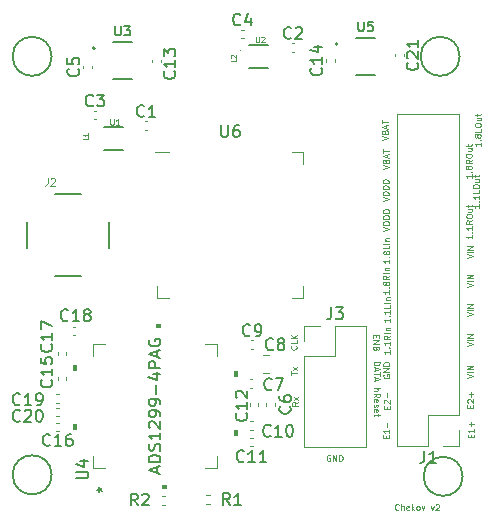
<source format=gto>
G04 #@! TF.GenerationSoftware,KiCad,Pcbnew,(5.1.10)-1*
G04 #@! TF.CreationDate,2022-03-04T01:02:40-08:00*
G04 #@! TF.ProjectId,Chekov,4368656b-6f76-42e6-9b69-6361645f7063,rev?*
G04 #@! TF.SameCoordinates,Original*
G04 #@! TF.FileFunction,Legend,Top*
G04 #@! TF.FilePolarity,Positive*
%FSLAX46Y46*%
G04 Gerber Fmt 4.6, Leading zero omitted, Abs format (unit mm)*
G04 Created by KiCad (PCBNEW (5.1.10)-1) date 2022-03-04 01:02:40*
%MOMM*%
%LPD*%
G01*
G04 APERTURE LIST*
%ADD10C,0.101600*%
%ADD11C,0.150000*%
%ADD12C,0.120000*%
%ADD13C,0.200000*%
%ADD14C,0.127000*%
%ADD15C,0.100000*%
%ADD16C,0.015000*%
%ADD17C,0.098425*%
G04 APERTURE END LIST*
D10*
X110796009Y-92713628D02*
X110771819Y-92737819D01*
X110699247Y-92762009D01*
X110650866Y-92762009D01*
X110578295Y-92737819D01*
X110529914Y-92689438D01*
X110505723Y-92641057D01*
X110481533Y-92544295D01*
X110481533Y-92471723D01*
X110505723Y-92374961D01*
X110529914Y-92326580D01*
X110578295Y-92278200D01*
X110650866Y-92254009D01*
X110699247Y-92254009D01*
X110771819Y-92278200D01*
X110796009Y-92302390D01*
X111013723Y-92762009D02*
X111013723Y-92254009D01*
X111231438Y-92762009D02*
X111231438Y-92495914D01*
X111207247Y-92447533D01*
X111158866Y-92423342D01*
X111086295Y-92423342D01*
X111037914Y-92447533D01*
X111013723Y-92471723D01*
X111666866Y-92737819D02*
X111618485Y-92762009D01*
X111521723Y-92762009D01*
X111473342Y-92737819D01*
X111449152Y-92689438D01*
X111449152Y-92495914D01*
X111473342Y-92447533D01*
X111521723Y-92423342D01*
X111618485Y-92423342D01*
X111666866Y-92447533D01*
X111691057Y-92495914D01*
X111691057Y-92544295D01*
X111449152Y-92592676D01*
X111908771Y-92762009D02*
X111908771Y-92254009D01*
X111957152Y-92568485D02*
X112102295Y-92762009D01*
X112102295Y-92423342D02*
X111908771Y-92616866D01*
X112392580Y-92762009D02*
X112344200Y-92737819D01*
X112320009Y-92713628D01*
X112295819Y-92665247D01*
X112295819Y-92520104D01*
X112320009Y-92471723D01*
X112344200Y-92447533D01*
X112392580Y-92423342D01*
X112465152Y-92423342D01*
X112513533Y-92447533D01*
X112537723Y-92471723D01*
X112561914Y-92520104D01*
X112561914Y-92665247D01*
X112537723Y-92713628D01*
X112513533Y-92737819D01*
X112465152Y-92762009D01*
X112392580Y-92762009D01*
X112731247Y-92423342D02*
X112852200Y-92762009D01*
X112973152Y-92423342D01*
X113505342Y-92423342D02*
X113626295Y-92762009D01*
X113747247Y-92423342D01*
X113916580Y-92302390D02*
X113940771Y-92278200D01*
X113989152Y-92254009D01*
X114110104Y-92254009D01*
X114158485Y-92278200D01*
X114182676Y-92302390D01*
X114206866Y-92350771D01*
X114206866Y-92399152D01*
X114182676Y-92471723D01*
X113892390Y-92762009D01*
X114206866Y-92762009D01*
X108659990Y-82467752D02*
X109167990Y-82467752D01*
X108659990Y-82685466D02*
X108926085Y-82685466D01*
X108974466Y-82661276D01*
X108998657Y-82612895D01*
X108998657Y-82540323D01*
X108974466Y-82491942D01*
X108950276Y-82467752D01*
X108659990Y-83217657D02*
X108901895Y-83048323D01*
X108659990Y-82927371D02*
X109167990Y-82927371D01*
X109167990Y-83120895D01*
X109143800Y-83169276D01*
X109119609Y-83193466D01*
X109071228Y-83217657D01*
X108998657Y-83217657D01*
X108950276Y-83193466D01*
X108926085Y-83169276D01*
X108901895Y-83120895D01*
X108901895Y-82927371D01*
X108684180Y-83628895D02*
X108659990Y-83580514D01*
X108659990Y-83483752D01*
X108684180Y-83435371D01*
X108732561Y-83411180D01*
X108926085Y-83411180D01*
X108974466Y-83435371D01*
X108998657Y-83483752D01*
X108998657Y-83580514D01*
X108974466Y-83628895D01*
X108926085Y-83653085D01*
X108877704Y-83653085D01*
X108829323Y-83411180D01*
X108684180Y-83846609D02*
X108659990Y-83894990D01*
X108659990Y-83991752D01*
X108684180Y-84040133D01*
X108732561Y-84064323D01*
X108756752Y-84064323D01*
X108805133Y-84040133D01*
X108829323Y-83991752D01*
X108829323Y-83919180D01*
X108853514Y-83870800D01*
X108901895Y-83846609D01*
X108926085Y-83846609D01*
X108974466Y-83870800D01*
X108998657Y-83919180D01*
X108998657Y-83991752D01*
X108974466Y-84040133D01*
X108684180Y-84475561D02*
X108659990Y-84427180D01*
X108659990Y-84330419D01*
X108684180Y-84282038D01*
X108732561Y-84257847D01*
X108926085Y-84257847D01*
X108974466Y-84282038D01*
X108998657Y-84330419D01*
X108998657Y-84427180D01*
X108974466Y-84475561D01*
X108926085Y-84499752D01*
X108877704Y-84499752D01*
X108829323Y-84257847D01*
X108998657Y-84644895D02*
X108998657Y-84838419D01*
X109167990Y-84717466D02*
X108732561Y-84717466D01*
X108684180Y-84741657D01*
X108659990Y-84790038D01*
X108659990Y-84838419D01*
X108659990Y-80238600D02*
X109167990Y-80238600D01*
X109167990Y-80359552D01*
X109143800Y-80432123D01*
X109095419Y-80480504D01*
X109047038Y-80504695D01*
X108950276Y-80528885D01*
X108877704Y-80528885D01*
X108780942Y-80504695D01*
X108732561Y-80480504D01*
X108684180Y-80432123D01*
X108659990Y-80359552D01*
X108659990Y-80238600D01*
X108805133Y-80722409D02*
X108805133Y-80964314D01*
X108659990Y-80674028D02*
X109167990Y-80843361D01*
X108659990Y-81012695D01*
X109167990Y-81109457D02*
X109167990Y-81399742D01*
X108659990Y-81254600D02*
X109167990Y-81254600D01*
X108805133Y-81544885D02*
X108805133Y-81786790D01*
X108659990Y-81496504D02*
X109167990Y-81665838D01*
X108659990Y-81835171D01*
X108900685Y-77933247D02*
X108900685Y-78102580D01*
X108634590Y-78175152D02*
X108634590Y-77933247D01*
X109142590Y-77933247D01*
X109142590Y-78175152D01*
X108634590Y-78392866D02*
X109142590Y-78392866D01*
X108634590Y-78683152D01*
X109142590Y-78683152D01*
X108900685Y-79094390D02*
X108876495Y-79166961D01*
X108852304Y-79191152D01*
X108803923Y-79215342D01*
X108731352Y-79215342D01*
X108682971Y-79191152D01*
X108658780Y-79166961D01*
X108634590Y-79118580D01*
X108634590Y-78925057D01*
X109142590Y-78925057D01*
X109142590Y-79094390D01*
X109118400Y-79142771D01*
X109094209Y-79166961D01*
X109045828Y-79191152D01*
X108997447Y-79191152D01*
X108949066Y-79166961D01*
X108924876Y-79142771D01*
X108900685Y-79094390D01*
X108900685Y-78925057D01*
X102111628Y-78864580D02*
X102135819Y-78888771D01*
X102160009Y-78961342D01*
X102160009Y-79009723D01*
X102135819Y-79082295D01*
X102087438Y-79130676D01*
X102039057Y-79154866D01*
X101942295Y-79179057D01*
X101869723Y-79179057D01*
X101772961Y-79154866D01*
X101724580Y-79130676D01*
X101676200Y-79082295D01*
X101652009Y-79009723D01*
X101652009Y-78961342D01*
X101676200Y-78888771D01*
X101700390Y-78864580D01*
X102160009Y-78404961D02*
X102160009Y-78646866D01*
X101652009Y-78646866D01*
X102160009Y-78235628D02*
X101652009Y-78235628D01*
X102160009Y-77945342D02*
X101869723Y-78163057D01*
X101652009Y-77945342D02*
X101942295Y-78235628D01*
X101702809Y-81325961D02*
X101702809Y-81035676D01*
X102210809Y-81180819D02*
X101702809Y-81180819D01*
X102210809Y-80914723D02*
X101872142Y-80648628D01*
X101872142Y-80914723D02*
X102210809Y-80648628D01*
X102261609Y-83639780D02*
X102019704Y-83809114D01*
X102261609Y-83930066D02*
X101753609Y-83930066D01*
X101753609Y-83736542D01*
X101777800Y-83688161D01*
X101801990Y-83663971D01*
X101850371Y-83639780D01*
X101922942Y-83639780D01*
X101971323Y-83663971D01*
X101995514Y-83688161D01*
X102019704Y-83736542D01*
X102019704Y-83930066D01*
X102261609Y-83470447D02*
X101922942Y-83204352D01*
X101922942Y-83470447D02*
X102261609Y-83204352D01*
X104972152Y-88138000D02*
X104923771Y-88113809D01*
X104851200Y-88113809D01*
X104778628Y-88138000D01*
X104730247Y-88186380D01*
X104706057Y-88234761D01*
X104681866Y-88331523D01*
X104681866Y-88404095D01*
X104706057Y-88500857D01*
X104730247Y-88549238D01*
X104778628Y-88597619D01*
X104851200Y-88621809D01*
X104899580Y-88621809D01*
X104972152Y-88597619D01*
X104996342Y-88573428D01*
X104996342Y-88404095D01*
X104899580Y-88404095D01*
X105214057Y-88621809D02*
X105214057Y-88113809D01*
X105504342Y-88621809D01*
X105504342Y-88113809D01*
X105746247Y-88621809D02*
X105746247Y-88113809D01*
X105867200Y-88113809D01*
X105939771Y-88138000D01*
X105988152Y-88186380D01*
X106012342Y-88234761D01*
X106036533Y-88331523D01*
X106036533Y-88404095D01*
X106012342Y-88500857D01*
X105988152Y-88549238D01*
X105939771Y-88597619D01*
X105867200Y-88621809D01*
X105746247Y-88621809D01*
X109424409Y-66590333D02*
X109932409Y-66421000D01*
X109424409Y-66251666D01*
X109932409Y-66082333D02*
X109424409Y-66082333D01*
X109424409Y-65961380D01*
X109448600Y-65888809D01*
X109496980Y-65840428D01*
X109545361Y-65816238D01*
X109642123Y-65792047D01*
X109714695Y-65792047D01*
X109811457Y-65816238D01*
X109859838Y-65840428D01*
X109908219Y-65888809D01*
X109932409Y-65961380D01*
X109932409Y-66082333D01*
X109932409Y-65574333D02*
X109424409Y-65574333D01*
X109424409Y-65453380D01*
X109448600Y-65380809D01*
X109496980Y-65332428D01*
X109545361Y-65308238D01*
X109642123Y-65284047D01*
X109714695Y-65284047D01*
X109811457Y-65308238D01*
X109859838Y-65332428D01*
X109908219Y-65380809D01*
X109932409Y-65453380D01*
X109932409Y-65574333D01*
X109932409Y-65066333D02*
X109424409Y-65066333D01*
X109424409Y-64945380D01*
X109448600Y-64872809D01*
X109496980Y-64824428D01*
X109545361Y-64800238D01*
X109642123Y-64776047D01*
X109714695Y-64776047D01*
X109811457Y-64800238D01*
X109859838Y-64824428D01*
X109908219Y-64872809D01*
X109932409Y-64945380D01*
X109932409Y-65066333D01*
X109449809Y-63902771D02*
X109957809Y-63733438D01*
X109449809Y-63564104D01*
X109691714Y-63225438D02*
X109715904Y-63152866D01*
X109740095Y-63128676D01*
X109788476Y-63104485D01*
X109861047Y-63104485D01*
X109909428Y-63128676D01*
X109933619Y-63152866D01*
X109957809Y-63201247D01*
X109957809Y-63394771D01*
X109449809Y-63394771D01*
X109449809Y-63225438D01*
X109474000Y-63177057D01*
X109498190Y-63152866D01*
X109546571Y-63128676D01*
X109594952Y-63128676D01*
X109643333Y-63152866D01*
X109667523Y-63177057D01*
X109691714Y-63225438D01*
X109691714Y-63394771D01*
X109812666Y-62910961D02*
X109812666Y-62669057D01*
X109957809Y-62959342D02*
X109449809Y-62790009D01*
X109957809Y-62620676D01*
X109449809Y-62523914D02*
X109449809Y-62233628D01*
X109957809Y-62378771D02*
X109449809Y-62378771D01*
X109373609Y-61413571D02*
X109881609Y-61244238D01*
X109373609Y-61074904D01*
X109615514Y-60736238D02*
X109639704Y-60663666D01*
X109663895Y-60639476D01*
X109712276Y-60615285D01*
X109784847Y-60615285D01*
X109833228Y-60639476D01*
X109857419Y-60663666D01*
X109881609Y-60712047D01*
X109881609Y-60905571D01*
X109373609Y-60905571D01*
X109373609Y-60736238D01*
X109397800Y-60687857D01*
X109421990Y-60663666D01*
X109470371Y-60639476D01*
X109518752Y-60639476D01*
X109567133Y-60663666D01*
X109591323Y-60687857D01*
X109615514Y-60736238D01*
X109615514Y-60905571D01*
X109736466Y-60421761D02*
X109736466Y-60179857D01*
X109881609Y-60470142D02*
X109373609Y-60300809D01*
X109881609Y-60131476D01*
X109373609Y-60034714D02*
X109373609Y-59744428D01*
X109881609Y-59889571D02*
X109373609Y-59889571D01*
X117730209Y-61668780D02*
X117730209Y-61959066D01*
X117730209Y-61813923D02*
X117222209Y-61813923D01*
X117294780Y-61862304D01*
X117343161Y-61910685D01*
X117367352Y-61959066D01*
X117681828Y-61451066D02*
X117706019Y-61426876D01*
X117730209Y-61451066D01*
X117706019Y-61475257D01*
X117681828Y-61451066D01*
X117730209Y-61451066D01*
X117439923Y-61136590D02*
X117415733Y-61184971D01*
X117391542Y-61209161D01*
X117343161Y-61233352D01*
X117318971Y-61233352D01*
X117270590Y-61209161D01*
X117246400Y-61184971D01*
X117222209Y-61136590D01*
X117222209Y-61039828D01*
X117246400Y-60991447D01*
X117270590Y-60967257D01*
X117318971Y-60943066D01*
X117343161Y-60943066D01*
X117391542Y-60967257D01*
X117415733Y-60991447D01*
X117439923Y-61039828D01*
X117439923Y-61136590D01*
X117464114Y-61184971D01*
X117488304Y-61209161D01*
X117536685Y-61233352D01*
X117633447Y-61233352D01*
X117681828Y-61209161D01*
X117706019Y-61184971D01*
X117730209Y-61136590D01*
X117730209Y-61039828D01*
X117706019Y-60991447D01*
X117681828Y-60967257D01*
X117633447Y-60943066D01*
X117536685Y-60943066D01*
X117488304Y-60967257D01*
X117464114Y-60991447D01*
X117439923Y-61039828D01*
X117730209Y-60483447D02*
X117730209Y-60725352D01*
X117222209Y-60725352D01*
X117222209Y-60217352D02*
X117222209Y-60120590D01*
X117246400Y-60072209D01*
X117294780Y-60023828D01*
X117391542Y-59999638D01*
X117560876Y-59999638D01*
X117657638Y-60023828D01*
X117706019Y-60072209D01*
X117730209Y-60120590D01*
X117730209Y-60217352D01*
X117706019Y-60265733D01*
X117657638Y-60314114D01*
X117560876Y-60338304D01*
X117391542Y-60338304D01*
X117294780Y-60314114D01*
X117246400Y-60265733D01*
X117222209Y-60217352D01*
X117391542Y-59564209D02*
X117730209Y-59564209D01*
X117391542Y-59781923D02*
X117657638Y-59781923D01*
X117706019Y-59757733D01*
X117730209Y-59709352D01*
X117730209Y-59636780D01*
X117706019Y-59588400D01*
X117681828Y-59564209D01*
X117391542Y-59394876D02*
X117391542Y-59201352D01*
X117222209Y-59322304D02*
X117657638Y-59322304D01*
X117706019Y-59298114D01*
X117730209Y-59249733D01*
X117730209Y-59201352D01*
X116968209Y-64358761D02*
X116968209Y-64649047D01*
X116968209Y-64503904D02*
X116460209Y-64503904D01*
X116532780Y-64552285D01*
X116581161Y-64600666D01*
X116605352Y-64649047D01*
X116919828Y-64141047D02*
X116944019Y-64116857D01*
X116968209Y-64141047D01*
X116944019Y-64165238D01*
X116919828Y-64141047D01*
X116968209Y-64141047D01*
X116677923Y-63826571D02*
X116653733Y-63874952D01*
X116629542Y-63899142D01*
X116581161Y-63923333D01*
X116556971Y-63923333D01*
X116508590Y-63899142D01*
X116484400Y-63874952D01*
X116460209Y-63826571D01*
X116460209Y-63729809D01*
X116484400Y-63681428D01*
X116508590Y-63657238D01*
X116556971Y-63633047D01*
X116581161Y-63633047D01*
X116629542Y-63657238D01*
X116653733Y-63681428D01*
X116677923Y-63729809D01*
X116677923Y-63826571D01*
X116702114Y-63874952D01*
X116726304Y-63899142D01*
X116774685Y-63923333D01*
X116871447Y-63923333D01*
X116919828Y-63899142D01*
X116944019Y-63874952D01*
X116968209Y-63826571D01*
X116968209Y-63729809D01*
X116944019Y-63681428D01*
X116919828Y-63657238D01*
X116871447Y-63633047D01*
X116774685Y-63633047D01*
X116726304Y-63657238D01*
X116702114Y-63681428D01*
X116677923Y-63729809D01*
X116968209Y-63125047D02*
X116726304Y-63294380D01*
X116968209Y-63415333D02*
X116460209Y-63415333D01*
X116460209Y-63221809D01*
X116484400Y-63173428D01*
X116508590Y-63149238D01*
X116556971Y-63125047D01*
X116629542Y-63125047D01*
X116677923Y-63149238D01*
X116702114Y-63173428D01*
X116726304Y-63221809D01*
X116726304Y-63415333D01*
X116460209Y-62810571D02*
X116460209Y-62713809D01*
X116484400Y-62665428D01*
X116532780Y-62617047D01*
X116629542Y-62592857D01*
X116798876Y-62592857D01*
X116895638Y-62617047D01*
X116944019Y-62665428D01*
X116968209Y-62713809D01*
X116968209Y-62810571D01*
X116944019Y-62858952D01*
X116895638Y-62907333D01*
X116798876Y-62931523D01*
X116629542Y-62931523D01*
X116532780Y-62907333D01*
X116484400Y-62858952D01*
X116460209Y-62810571D01*
X116629542Y-62157428D02*
X116968209Y-62157428D01*
X116629542Y-62375142D02*
X116895638Y-62375142D01*
X116944019Y-62350952D01*
X116968209Y-62302571D01*
X116968209Y-62230000D01*
X116944019Y-62181619D01*
X116919828Y-62157428D01*
X116629542Y-61988095D02*
X116629542Y-61794571D01*
X116460209Y-61915523D02*
X116895638Y-61915523D01*
X116944019Y-61891333D01*
X116968209Y-61842952D01*
X116968209Y-61794571D01*
X117603209Y-66875780D02*
X117603209Y-67166066D01*
X117603209Y-67020923D02*
X117095209Y-67020923D01*
X117167780Y-67069304D01*
X117216161Y-67117685D01*
X117240352Y-67166066D01*
X117554828Y-66658066D02*
X117579019Y-66633876D01*
X117603209Y-66658066D01*
X117579019Y-66682257D01*
X117554828Y-66658066D01*
X117603209Y-66658066D01*
X117603209Y-66150066D02*
X117603209Y-66440352D01*
X117603209Y-66295209D02*
X117095209Y-66295209D01*
X117167780Y-66343590D01*
X117216161Y-66391971D01*
X117240352Y-66440352D01*
X117603209Y-65690447D02*
X117603209Y-65932352D01*
X117095209Y-65932352D01*
X117095209Y-65424352D02*
X117095209Y-65327590D01*
X117119400Y-65279209D01*
X117167780Y-65230828D01*
X117264542Y-65206638D01*
X117433876Y-65206638D01*
X117530638Y-65230828D01*
X117579019Y-65279209D01*
X117603209Y-65327590D01*
X117603209Y-65424352D01*
X117579019Y-65472733D01*
X117530638Y-65521114D01*
X117433876Y-65545304D01*
X117264542Y-65545304D01*
X117167780Y-65521114D01*
X117119400Y-65472733D01*
X117095209Y-65424352D01*
X117264542Y-64771209D02*
X117603209Y-64771209D01*
X117264542Y-64988923D02*
X117530638Y-64988923D01*
X117579019Y-64964733D01*
X117603209Y-64916352D01*
X117603209Y-64843780D01*
X117579019Y-64795400D01*
X117554828Y-64771209D01*
X117264542Y-64601876D02*
X117264542Y-64408352D01*
X117095209Y-64529304D02*
X117530638Y-64529304D01*
X117579019Y-64505114D01*
X117603209Y-64456733D01*
X117603209Y-64408352D01*
X117019009Y-69489561D02*
X117019009Y-69779847D01*
X117019009Y-69634704D02*
X116511009Y-69634704D01*
X116583580Y-69683085D01*
X116631961Y-69731466D01*
X116656152Y-69779847D01*
X116970628Y-69271847D02*
X116994819Y-69247657D01*
X117019009Y-69271847D01*
X116994819Y-69296038D01*
X116970628Y-69271847D01*
X117019009Y-69271847D01*
X117019009Y-68763847D02*
X117019009Y-69054133D01*
X117019009Y-68908990D02*
X116511009Y-68908990D01*
X116583580Y-68957371D01*
X116631961Y-69005752D01*
X116656152Y-69054133D01*
X117019009Y-68255847D02*
X116777104Y-68425180D01*
X117019009Y-68546133D02*
X116511009Y-68546133D01*
X116511009Y-68352609D01*
X116535200Y-68304228D01*
X116559390Y-68280038D01*
X116607771Y-68255847D01*
X116680342Y-68255847D01*
X116728723Y-68280038D01*
X116752914Y-68304228D01*
X116777104Y-68352609D01*
X116777104Y-68546133D01*
X116511009Y-67941371D02*
X116511009Y-67844609D01*
X116535200Y-67796228D01*
X116583580Y-67747847D01*
X116680342Y-67723657D01*
X116849676Y-67723657D01*
X116946438Y-67747847D01*
X116994819Y-67796228D01*
X117019009Y-67844609D01*
X117019009Y-67941371D01*
X116994819Y-67989752D01*
X116946438Y-68038133D01*
X116849676Y-68062323D01*
X116680342Y-68062323D01*
X116583580Y-68038133D01*
X116535200Y-67989752D01*
X116511009Y-67941371D01*
X116680342Y-67288228D02*
X117019009Y-67288228D01*
X116680342Y-67505942D02*
X116946438Y-67505942D01*
X116994819Y-67481752D01*
X117019009Y-67433371D01*
X117019009Y-67360800D01*
X116994819Y-67312419D01*
X116970628Y-67288228D01*
X116680342Y-67118895D02*
X116680342Y-66925371D01*
X116511009Y-67046323D02*
X116946438Y-67046323D01*
X116994819Y-67022133D01*
X117019009Y-66973752D01*
X117019009Y-66925371D01*
X109475209Y-69104933D02*
X109983209Y-68935600D01*
X109475209Y-68766266D01*
X109983209Y-68596933D02*
X109475209Y-68596933D01*
X109475209Y-68475980D01*
X109499400Y-68403409D01*
X109547780Y-68355028D01*
X109596161Y-68330838D01*
X109692923Y-68306647D01*
X109765495Y-68306647D01*
X109862257Y-68330838D01*
X109910638Y-68355028D01*
X109959019Y-68403409D01*
X109983209Y-68475980D01*
X109983209Y-68596933D01*
X109983209Y-68088933D02*
X109475209Y-68088933D01*
X109475209Y-67967980D01*
X109499400Y-67895409D01*
X109547780Y-67847028D01*
X109596161Y-67822838D01*
X109692923Y-67798647D01*
X109765495Y-67798647D01*
X109862257Y-67822838D01*
X109910638Y-67847028D01*
X109959019Y-67895409D01*
X109983209Y-67967980D01*
X109983209Y-68088933D01*
X109983209Y-67580933D02*
X109475209Y-67580933D01*
X109475209Y-67459980D01*
X109499400Y-67387409D01*
X109547780Y-67339028D01*
X109596161Y-67314838D01*
X109692923Y-67290647D01*
X109765495Y-67290647D01*
X109862257Y-67314838D01*
X109910638Y-67339028D01*
X109959019Y-67387409D01*
X109983209Y-67459980D01*
X109983209Y-67580933D01*
X110008609Y-71563895D02*
X110008609Y-71854180D01*
X110008609Y-71709038D02*
X109500609Y-71709038D01*
X109573180Y-71757419D01*
X109621561Y-71805800D01*
X109645752Y-71854180D01*
X109960228Y-71346180D02*
X109984419Y-71321990D01*
X110008609Y-71346180D01*
X109984419Y-71370371D01*
X109960228Y-71346180D01*
X110008609Y-71346180D01*
X109718323Y-71031704D02*
X109694133Y-71080085D01*
X109669942Y-71104276D01*
X109621561Y-71128466D01*
X109597371Y-71128466D01*
X109548990Y-71104276D01*
X109524800Y-71080085D01*
X109500609Y-71031704D01*
X109500609Y-70934942D01*
X109524800Y-70886561D01*
X109548990Y-70862371D01*
X109597371Y-70838180D01*
X109621561Y-70838180D01*
X109669942Y-70862371D01*
X109694133Y-70886561D01*
X109718323Y-70934942D01*
X109718323Y-71031704D01*
X109742514Y-71080085D01*
X109766704Y-71104276D01*
X109815085Y-71128466D01*
X109911847Y-71128466D01*
X109960228Y-71104276D01*
X109984419Y-71080085D01*
X110008609Y-71031704D01*
X110008609Y-70934942D01*
X109984419Y-70886561D01*
X109960228Y-70862371D01*
X109911847Y-70838180D01*
X109815085Y-70838180D01*
X109766704Y-70862371D01*
X109742514Y-70886561D01*
X109718323Y-70934942D01*
X110008609Y-70378561D02*
X110008609Y-70620466D01*
X109500609Y-70620466D01*
X110008609Y-70209228D02*
X109500609Y-70209228D01*
X109669942Y-69967323D02*
X110008609Y-69967323D01*
X109718323Y-69967323D02*
X109694133Y-69943133D01*
X109669942Y-69894752D01*
X109669942Y-69822180D01*
X109694133Y-69773800D01*
X109742514Y-69749609D01*
X110008609Y-69749609D01*
X109983209Y-74152276D02*
X109983209Y-74442561D01*
X109983209Y-74297419D02*
X109475209Y-74297419D01*
X109547780Y-74345800D01*
X109596161Y-74394180D01*
X109620352Y-74442561D01*
X109934828Y-73934561D02*
X109959019Y-73910371D01*
X109983209Y-73934561D01*
X109959019Y-73958752D01*
X109934828Y-73934561D01*
X109983209Y-73934561D01*
X109692923Y-73620085D02*
X109668733Y-73668466D01*
X109644542Y-73692657D01*
X109596161Y-73716847D01*
X109571971Y-73716847D01*
X109523590Y-73692657D01*
X109499400Y-73668466D01*
X109475209Y-73620085D01*
X109475209Y-73523323D01*
X109499400Y-73474942D01*
X109523590Y-73450752D01*
X109571971Y-73426561D01*
X109596161Y-73426561D01*
X109644542Y-73450752D01*
X109668733Y-73474942D01*
X109692923Y-73523323D01*
X109692923Y-73620085D01*
X109717114Y-73668466D01*
X109741304Y-73692657D01*
X109789685Y-73716847D01*
X109886447Y-73716847D01*
X109934828Y-73692657D01*
X109959019Y-73668466D01*
X109983209Y-73620085D01*
X109983209Y-73523323D01*
X109959019Y-73474942D01*
X109934828Y-73450752D01*
X109886447Y-73426561D01*
X109789685Y-73426561D01*
X109741304Y-73450752D01*
X109717114Y-73474942D01*
X109692923Y-73523323D01*
X109983209Y-72918561D02*
X109741304Y-73087895D01*
X109983209Y-73208847D02*
X109475209Y-73208847D01*
X109475209Y-73015323D01*
X109499400Y-72966942D01*
X109523590Y-72942752D01*
X109571971Y-72918561D01*
X109644542Y-72918561D01*
X109692923Y-72942752D01*
X109717114Y-72966942D01*
X109741304Y-73015323D01*
X109741304Y-73208847D01*
X109983209Y-72700847D02*
X109475209Y-72700847D01*
X109644542Y-72458942D02*
X109983209Y-72458942D01*
X109692923Y-72458942D02*
X109668733Y-72434752D01*
X109644542Y-72386371D01*
X109644542Y-72313800D01*
X109668733Y-72265419D01*
X109717114Y-72241228D01*
X109983209Y-72241228D01*
X110034009Y-76567695D02*
X110034009Y-76857980D01*
X110034009Y-76712838D02*
X109526009Y-76712838D01*
X109598580Y-76761219D01*
X109646961Y-76809600D01*
X109671152Y-76857980D01*
X109985628Y-76349980D02*
X110009819Y-76325790D01*
X110034009Y-76349980D01*
X110009819Y-76374171D01*
X109985628Y-76349980D01*
X110034009Y-76349980D01*
X110034009Y-75841980D02*
X110034009Y-76132266D01*
X110034009Y-75987123D02*
X109526009Y-75987123D01*
X109598580Y-76035504D01*
X109646961Y-76083885D01*
X109671152Y-76132266D01*
X110034009Y-75382361D02*
X110034009Y-75624266D01*
X109526009Y-75624266D01*
X110034009Y-75213028D02*
X109526009Y-75213028D01*
X109695342Y-74971123D02*
X110034009Y-74971123D01*
X109743723Y-74971123D02*
X109719533Y-74946933D01*
X109695342Y-74898552D01*
X109695342Y-74825980D01*
X109719533Y-74777600D01*
X109767914Y-74753409D01*
X110034009Y-74753409D01*
X110034009Y-79232276D02*
X110034009Y-79522561D01*
X110034009Y-79377419D02*
X109526009Y-79377419D01*
X109598580Y-79425800D01*
X109646961Y-79474180D01*
X109671152Y-79522561D01*
X109985628Y-79014561D02*
X110009819Y-78990371D01*
X110034009Y-79014561D01*
X110009819Y-79038752D01*
X109985628Y-79014561D01*
X110034009Y-79014561D01*
X110034009Y-78506561D02*
X110034009Y-78796847D01*
X110034009Y-78651704D02*
X109526009Y-78651704D01*
X109598580Y-78700085D01*
X109646961Y-78748466D01*
X109671152Y-78796847D01*
X110034009Y-77998561D02*
X109792104Y-78167895D01*
X110034009Y-78288847D02*
X109526009Y-78288847D01*
X109526009Y-78095323D01*
X109550200Y-78046942D01*
X109574390Y-78022752D01*
X109622771Y-77998561D01*
X109695342Y-77998561D01*
X109743723Y-78022752D01*
X109767914Y-78046942D01*
X109792104Y-78095323D01*
X109792104Y-78288847D01*
X110034009Y-77780847D02*
X109526009Y-77780847D01*
X109695342Y-77538942D02*
X110034009Y-77538942D01*
X109743723Y-77538942D02*
X109719533Y-77514752D01*
X109695342Y-77466371D01*
X109695342Y-77393800D01*
X109719533Y-77345419D01*
X109767914Y-77321228D01*
X110034009Y-77321228D01*
X116561809Y-71473180D02*
X117069809Y-71303847D01*
X116561809Y-71134514D01*
X117069809Y-70965180D02*
X116561809Y-70965180D01*
X117069809Y-70723276D02*
X116561809Y-70723276D01*
X117069809Y-70432990D01*
X116561809Y-70432990D01*
X116587209Y-73886180D02*
X117095209Y-73716847D01*
X116587209Y-73547514D01*
X117095209Y-73378180D02*
X116587209Y-73378180D01*
X117095209Y-73136276D02*
X116587209Y-73136276D01*
X117095209Y-72845990D01*
X116587209Y-72845990D01*
X116612609Y-76375380D02*
X117120609Y-76206047D01*
X116612609Y-76036714D01*
X117120609Y-75867380D02*
X116612609Y-75867380D01*
X117120609Y-75625476D02*
X116612609Y-75625476D01*
X117120609Y-75335190D01*
X116612609Y-75335190D01*
X116612609Y-78915380D02*
X117120609Y-78746047D01*
X116612609Y-78576714D01*
X117120609Y-78407380D02*
X116612609Y-78407380D01*
X117120609Y-78165476D02*
X116612609Y-78165476D01*
X117120609Y-77875190D01*
X116612609Y-77875190D01*
X109524800Y-81311447D02*
X109500609Y-81359828D01*
X109500609Y-81432400D01*
X109524800Y-81504971D01*
X109573180Y-81553352D01*
X109621561Y-81577542D01*
X109718323Y-81601733D01*
X109790895Y-81601733D01*
X109887657Y-81577542D01*
X109936038Y-81553352D01*
X109984419Y-81504971D01*
X110008609Y-81432400D01*
X110008609Y-81384019D01*
X109984419Y-81311447D01*
X109960228Y-81287257D01*
X109790895Y-81287257D01*
X109790895Y-81384019D01*
X110008609Y-81069542D02*
X109500609Y-81069542D01*
X110008609Y-80779257D01*
X109500609Y-80779257D01*
X110008609Y-80537352D02*
X109500609Y-80537352D01*
X109500609Y-80416400D01*
X109524800Y-80343828D01*
X109573180Y-80295447D01*
X109621561Y-80271257D01*
X109718323Y-80247066D01*
X109790895Y-80247066D01*
X109887657Y-80271257D01*
X109936038Y-80295447D01*
X109984419Y-80343828D01*
X110008609Y-80416400D01*
X110008609Y-80537352D01*
X116612609Y-81582380D02*
X117120609Y-81413047D01*
X116612609Y-81243714D01*
X117120609Y-81074380D02*
X116612609Y-81074380D01*
X117120609Y-80832476D02*
X116612609Y-80832476D01*
X117120609Y-80542190D01*
X116612609Y-80542190D01*
X109767914Y-84180438D02*
X109767914Y-84011104D01*
X110034009Y-83938533D02*
X110034009Y-84180438D01*
X109526009Y-84180438D01*
X109526009Y-83938533D01*
X109574390Y-83745009D02*
X109550200Y-83720819D01*
X109526009Y-83672438D01*
X109526009Y-83551485D01*
X109550200Y-83503104D01*
X109574390Y-83478914D01*
X109622771Y-83454723D01*
X109671152Y-83454723D01*
X109743723Y-83478914D01*
X110034009Y-83769200D01*
X110034009Y-83454723D01*
X109840485Y-83237009D02*
X109840485Y-82849961D01*
X109742514Y-86695038D02*
X109742514Y-86525704D01*
X110008609Y-86453133D02*
X110008609Y-86695038D01*
X109500609Y-86695038D01*
X109500609Y-86453133D01*
X110008609Y-85969323D02*
X110008609Y-86259609D01*
X110008609Y-86114466D02*
X109500609Y-86114466D01*
X109573180Y-86162847D01*
X109621561Y-86211228D01*
X109645752Y-86259609D01*
X109815085Y-85751609D02*
X109815085Y-85364561D01*
X116854514Y-84104238D02*
X116854514Y-83934904D01*
X117120609Y-83862333D02*
X117120609Y-84104238D01*
X116612609Y-84104238D01*
X116612609Y-83862333D01*
X116660990Y-83668809D02*
X116636800Y-83644619D01*
X116612609Y-83596238D01*
X116612609Y-83475285D01*
X116636800Y-83426904D01*
X116660990Y-83402714D01*
X116709371Y-83378523D01*
X116757752Y-83378523D01*
X116830323Y-83402714D01*
X117120609Y-83693000D01*
X117120609Y-83378523D01*
X116927085Y-83160809D02*
X116927085Y-82773761D01*
X117120609Y-82967285D02*
X116733561Y-82967285D01*
X116879914Y-86618838D02*
X116879914Y-86449504D01*
X117146009Y-86376933D02*
X117146009Y-86618838D01*
X116638009Y-86618838D01*
X116638009Y-86376933D01*
X117146009Y-85893123D02*
X117146009Y-86183409D01*
X117146009Y-86038266D02*
X116638009Y-86038266D01*
X116710580Y-86086647D01*
X116758961Y-86135028D01*
X116783152Y-86183409D01*
X116952485Y-85675409D02*
X116952485Y-85288361D01*
X117146009Y-85481885D02*
X116758961Y-85481885D01*
D11*
X81407000Y-54356000D02*
G75*
G03*
X81407000Y-54356000I-1651000J0D01*
G01*
X81407000Y-89789000D02*
G75*
G03*
X81407000Y-89789000I-1651000J0D01*
G01*
X116205000Y-89916000D02*
G75*
G03*
X116205000Y-89916000I-1651000J0D01*
G01*
X115951000Y-54356000D02*
G75*
G03*
X115951000Y-54356000I-1651000J0D01*
G01*
D12*
G04 #@! TO.C,R2*
X90719939Y-91555300D02*
X91027221Y-91555300D01*
X90719939Y-92315300D02*
X91027221Y-92315300D01*
G04 #@! TO.C,R1*
X94509619Y-91507040D02*
X94816901Y-91507040D01*
X94509619Y-92267040D02*
X94816901Y-92267040D01*
G04 #@! TO.C,C4*
X97456164Y-52811000D02*
X97671836Y-52811000D01*
X97456164Y-52091000D02*
X97671836Y-52091000D01*
G04 #@! TO.C,C8*
X99803852Y-79678860D02*
X99281348Y-79678860D01*
X99803852Y-81148860D02*
X99281348Y-81148860D01*
G04 #@! TO.C,J3*
X102810000Y-87436000D02*
X108010000Y-87436000D01*
X102810000Y-79756000D02*
X102810000Y-87436000D01*
X108010000Y-77156000D02*
X108010000Y-87436000D01*
X102810000Y-79756000D02*
X105410000Y-79756000D01*
X105410000Y-79756000D02*
X105410000Y-77156000D01*
X105410000Y-77156000D02*
X108010000Y-77156000D01*
X102810000Y-78486000D02*
X102810000Y-77156000D01*
X102810000Y-77156000D02*
X104140000Y-77156000D01*
G04 #@! TO.C,U6*
X101720000Y-62488000D02*
X102670000Y-62488000D01*
X102670000Y-62488000D02*
X102670000Y-63438000D01*
X101720000Y-74788000D02*
X102670000Y-74788000D01*
X102670000Y-74788000D02*
X102670000Y-73838000D01*
X91320000Y-74788000D02*
X90370000Y-74788000D01*
X90370000Y-74788000D02*
X90370000Y-73838000D01*
X91320000Y-62488000D02*
X90120000Y-62488000D01*
D13*
G04 #@! TO.C,U5*
X105640000Y-53306000D02*
G75*
G03*
X105640000Y-53306000I-100000J0D01*
G01*
D14*
X107150000Y-52791000D02*
X108750000Y-52791000D01*
X108750000Y-55921000D02*
X107150000Y-55921000D01*
D12*
G04 #@! TO.C,U4*
X95402400Y-89179400D02*
X95402400Y-88169440D01*
X95402400Y-78714600D02*
X94392440Y-78714600D01*
X84937600Y-78714600D02*
X84937600Y-79724560D01*
X84937600Y-89179400D02*
X85947560Y-89179400D01*
X94392440Y-89179400D02*
X95402400Y-89179400D01*
X95402400Y-79724560D02*
X95402400Y-78714600D01*
X85947560Y-78714600D02*
X84937600Y-78714600D01*
X84937600Y-88169440D02*
X84937600Y-89179400D01*
D15*
G36*
X90729501Y-90906600D02*
G01*
X91110501Y-90906600D01*
X91110501Y-90652600D01*
X90729501Y-90652600D01*
X90729501Y-90906600D01*
G37*
X90729501Y-90906600D02*
X91110501Y-90906600D01*
X91110501Y-90652600D01*
X90729501Y-90652600D01*
X90729501Y-90906600D01*
G36*
X96875600Y-86387501D02*
G01*
X97129600Y-86387501D01*
X97129600Y-86006501D01*
X96875600Y-86006501D01*
X96875600Y-86387501D01*
G37*
X96875600Y-86387501D02*
X97129600Y-86387501D01*
X97129600Y-86006501D01*
X96875600Y-86006501D01*
X96875600Y-86387501D01*
G36*
X96875600Y-81387500D02*
G01*
X97129600Y-81387500D01*
X97129600Y-81006500D01*
X96875600Y-81006500D01*
X96875600Y-81387500D01*
G37*
X96875600Y-81387500D02*
X97129600Y-81387500D01*
X97129600Y-81006500D01*
X96875600Y-81006500D01*
X96875600Y-81387500D01*
G36*
X90229499Y-76987400D02*
G01*
X90610500Y-76987400D01*
X90610500Y-77241400D01*
X90229499Y-77241400D01*
X90229499Y-76987400D01*
G37*
X90229499Y-76987400D02*
X90610500Y-76987400D01*
X90610500Y-77241400D01*
X90229499Y-77241400D01*
X90229499Y-76987400D01*
G36*
X83464400Y-80887499D02*
G01*
X83210400Y-80887499D01*
X83210400Y-80506499D01*
X83464400Y-80506499D01*
X83464400Y-80887499D01*
G37*
X83464400Y-80887499D02*
X83210400Y-80887499D01*
X83210400Y-80506499D01*
X83464400Y-80506499D01*
X83464400Y-80887499D01*
G36*
X83464400Y-85887499D02*
G01*
X83210400Y-85887499D01*
X83210400Y-85506499D01*
X83464400Y-85506499D01*
X83464400Y-85887499D01*
G37*
X83464400Y-85887499D02*
X83210400Y-85887499D01*
X83210400Y-85506499D01*
X83464400Y-85506499D01*
X83464400Y-85887499D01*
D13*
G04 #@! TO.C,U3*
X85066000Y-53687000D02*
G75*
G03*
X85066000Y-53687000I-100000J0D01*
G01*
D14*
X86576000Y-53172000D02*
X88176000Y-53172000D01*
X88176000Y-56302000D02*
X86576000Y-56302000D01*
G04 #@! TO.C,U2*
X98133000Y-53386000D02*
X99733000Y-53386000D01*
X98133000Y-55326000D02*
X99733000Y-55326000D01*
D15*
X97383000Y-53856000D02*
G75*
G03*
X97383000Y-53856000I-50000J0D01*
G01*
D14*
G04 #@! TO.C,U1*
X85814000Y-60371000D02*
X87414000Y-60371000D01*
X85814000Y-62311000D02*
X87414000Y-62311000D01*
D15*
X85064000Y-60841000D02*
G75*
G03*
X85064000Y-60841000I-50000J0D01*
G01*
D14*
G04 #@! TO.C,J2*
X79304000Y-68374000D02*
X79304000Y-70584000D01*
X83909000Y-65979000D02*
X81699000Y-65979000D01*
X86304000Y-68374000D02*
X86304000Y-70584000D01*
X83909000Y-72979000D02*
X81699000Y-72979000D01*
D12*
G04 #@! TO.C,J1*
X115884000Y-59249000D02*
X110684000Y-59249000D01*
X115884000Y-84709000D02*
X115884000Y-59249000D01*
X110684000Y-87309000D02*
X110684000Y-59249000D01*
X115884000Y-84709000D02*
X113284000Y-84709000D01*
X113284000Y-84709000D02*
X113284000Y-87309000D01*
X113284000Y-87309000D02*
X110684000Y-87309000D01*
X115884000Y-85979000D02*
X115884000Y-87309000D01*
X115884000Y-87309000D02*
X114554000Y-87309000D01*
G04 #@! TO.C,C21*
X110511000Y-54364836D02*
X110511000Y-54149164D01*
X111231000Y-54364836D02*
X111231000Y-54149164D01*
G04 #@! TO.C,C20*
X82022836Y-84815000D02*
X81807164Y-84815000D01*
X82022836Y-84095000D02*
X81807164Y-84095000D01*
G04 #@! TO.C,C19*
X82022836Y-83672000D02*
X81807164Y-83672000D01*
X82022836Y-82952000D02*
X81807164Y-82952000D01*
G04 #@! TO.C,C18*
X83419836Y-77957000D02*
X83204164Y-77957000D01*
X83419836Y-77237000D02*
X83204164Y-77237000D01*
G04 #@! TO.C,C17*
X82656000Y-79394164D02*
X82656000Y-79609836D01*
X81936000Y-79394164D02*
X81936000Y-79609836D01*
G04 #@! TO.C,C16*
X82022836Y-86085000D02*
X81807164Y-86085000D01*
X82022836Y-85365000D02*
X81807164Y-85365000D01*
G04 #@! TO.C,C15*
X81936000Y-81740836D02*
X81936000Y-81525164D01*
X82656000Y-81740836D02*
X82656000Y-81525164D01*
G04 #@! TO.C,C14*
X104669000Y-54816836D02*
X104669000Y-54601164D01*
X105389000Y-54816836D02*
X105389000Y-54601164D01*
G04 #@! TO.C,C13*
X89937000Y-54844836D02*
X89937000Y-54629164D01*
X90657000Y-54844836D02*
X90657000Y-54629164D01*
G04 #@! TO.C,C12*
X98192000Y-83927836D02*
X98192000Y-83712164D01*
X98912000Y-83927836D02*
X98912000Y-83712164D01*
G04 #@! TO.C,C11*
X98218164Y-86635000D02*
X98433836Y-86635000D01*
X98218164Y-87355000D02*
X98433836Y-87355000D01*
G04 #@! TO.C,C10*
X98218164Y-85238000D02*
X98433836Y-85238000D01*
X98218164Y-85958000D02*
X98433836Y-85958000D01*
G04 #@! TO.C,C9*
X98482036Y-79100000D02*
X98266364Y-79100000D01*
X98482036Y-78380000D02*
X98266364Y-78380000D01*
G04 #@! TO.C,C7*
X98405836Y-82402000D02*
X98190164Y-82402000D01*
X98405836Y-81682000D02*
X98190164Y-81682000D01*
G04 #@! TO.C,C6*
X99589000Y-83927836D02*
X99589000Y-83712164D01*
X100309000Y-83927836D02*
X100309000Y-83712164D01*
G04 #@! TO.C,C5*
X84095000Y-55352836D02*
X84095000Y-55137164D01*
X84815000Y-55352836D02*
X84815000Y-55137164D01*
G04 #@! TO.C,C3*
X84982164Y-58949000D02*
X85197836Y-58949000D01*
X84982164Y-59669000D02*
X85197836Y-59669000D01*
G04 #@! TO.C,C2*
X101746164Y-53234000D02*
X101961836Y-53234000D01*
X101746164Y-53954000D02*
X101961836Y-53954000D01*
G04 #@! TO.C,C1*
X89300164Y-59838000D02*
X89515836Y-59838000D01*
X89300164Y-60558000D02*
X89515836Y-60558000D01*
G04 #@! TO.C,R2*
D11*
X88687613Y-92380060D02*
X88354280Y-91903870D01*
X88116184Y-92380060D02*
X88116184Y-91380060D01*
X88497137Y-91380060D01*
X88592375Y-91427680D01*
X88639994Y-91475299D01*
X88687613Y-91570537D01*
X88687613Y-91713394D01*
X88639994Y-91808632D01*
X88592375Y-91856251D01*
X88497137Y-91903870D01*
X88116184Y-91903870D01*
X89068565Y-91475299D02*
X89116184Y-91427680D01*
X89211422Y-91380060D01*
X89449518Y-91380060D01*
X89544756Y-91427680D01*
X89592375Y-91475299D01*
X89639994Y-91570537D01*
X89639994Y-91665775D01*
X89592375Y-91808632D01*
X89020946Y-92380060D01*
X89639994Y-92380060D01*
G04 #@! TO.C,R1*
X96503193Y-92339420D02*
X96169860Y-91863230D01*
X95931764Y-92339420D02*
X95931764Y-91339420D01*
X96312717Y-91339420D01*
X96407955Y-91387040D01*
X96455574Y-91434659D01*
X96503193Y-91529897D01*
X96503193Y-91672754D01*
X96455574Y-91767992D01*
X96407955Y-91815611D01*
X96312717Y-91863230D01*
X95931764Y-91863230D01*
X97455574Y-92339420D02*
X96884145Y-92339420D01*
X97169860Y-92339420D02*
X97169860Y-91339420D01*
X97074621Y-91482278D01*
X96979383Y-91577516D01*
X96884145Y-91625135D01*
G04 #@! TO.C,C4*
X97397333Y-51648142D02*
X97349714Y-51695761D01*
X97206857Y-51743380D01*
X97111619Y-51743380D01*
X96968761Y-51695761D01*
X96873523Y-51600523D01*
X96825904Y-51505285D01*
X96778285Y-51314809D01*
X96778285Y-51171952D01*
X96825904Y-50981476D01*
X96873523Y-50886238D01*
X96968761Y-50791000D01*
X97111619Y-50743380D01*
X97206857Y-50743380D01*
X97349714Y-50791000D01*
X97397333Y-50838619D01*
X98254476Y-51076714D02*
X98254476Y-51743380D01*
X98016380Y-50695761D02*
X97778285Y-51410047D01*
X98397333Y-51410047D01*
G04 #@! TO.C,C8*
X100165873Y-79140322D02*
X100118254Y-79187941D01*
X99975397Y-79235560D01*
X99880159Y-79235560D01*
X99737301Y-79187941D01*
X99642063Y-79092703D01*
X99594444Y-78997465D01*
X99546825Y-78806989D01*
X99546825Y-78664132D01*
X99594444Y-78473656D01*
X99642063Y-78378418D01*
X99737301Y-78283180D01*
X99880159Y-78235560D01*
X99975397Y-78235560D01*
X100118254Y-78283180D01*
X100165873Y-78330799D01*
X100737301Y-78664132D02*
X100642063Y-78616513D01*
X100594444Y-78568894D01*
X100546825Y-78473656D01*
X100546825Y-78426037D01*
X100594444Y-78330799D01*
X100642063Y-78283180D01*
X100737301Y-78235560D01*
X100927778Y-78235560D01*
X101023016Y-78283180D01*
X101070635Y-78330799D01*
X101118254Y-78426037D01*
X101118254Y-78473656D01*
X101070635Y-78568894D01*
X101023016Y-78616513D01*
X100927778Y-78664132D01*
X100737301Y-78664132D01*
X100642063Y-78711751D01*
X100594444Y-78759370D01*
X100546825Y-78854608D01*
X100546825Y-79045084D01*
X100594444Y-79140322D01*
X100642063Y-79187941D01*
X100737301Y-79235560D01*
X100927778Y-79235560D01*
X101023016Y-79187941D01*
X101070635Y-79140322D01*
X101118254Y-79045084D01*
X101118254Y-78854608D01*
X101070635Y-78759370D01*
X101023016Y-78711751D01*
X100927778Y-78664132D01*
G04 #@! TO.C,J3*
X105076666Y-75608380D02*
X105076666Y-76322666D01*
X105029047Y-76465523D01*
X104933809Y-76560761D01*
X104790952Y-76608380D01*
X104695714Y-76608380D01*
X105457619Y-75608380D02*
X106076666Y-75608380D01*
X105743333Y-75989333D01*
X105886190Y-75989333D01*
X105981428Y-76036952D01*
X106029047Y-76084571D01*
X106076666Y-76179809D01*
X106076666Y-76417904D01*
X106029047Y-76513142D01*
X105981428Y-76560761D01*
X105886190Y-76608380D01*
X105600476Y-76608380D01*
X105505238Y-76560761D01*
X105457619Y-76513142D01*
G04 #@! TO.C,U6*
X95758095Y-60190380D02*
X95758095Y-60999904D01*
X95805714Y-61095142D01*
X95853333Y-61142761D01*
X95948571Y-61190380D01*
X96139047Y-61190380D01*
X96234285Y-61142761D01*
X96281904Y-61095142D01*
X96329523Y-60999904D01*
X96329523Y-60190380D01*
X97234285Y-60190380D02*
X97043809Y-60190380D01*
X96948571Y-60238000D01*
X96900952Y-60285619D01*
X96805714Y-60428476D01*
X96758095Y-60618952D01*
X96758095Y-60999904D01*
X96805714Y-61095142D01*
X96853333Y-61142761D01*
X96948571Y-61190380D01*
X97139047Y-61190380D01*
X97234285Y-61142761D01*
X97281904Y-61095142D01*
X97329523Y-60999904D01*
X97329523Y-60761809D01*
X97281904Y-60666571D01*
X97234285Y-60618952D01*
X97139047Y-60571333D01*
X96948571Y-60571333D01*
X96853333Y-60618952D01*
X96805714Y-60666571D01*
X96758095Y-60761809D01*
G04 #@! TO.C,U5*
X107380476Y-51409904D02*
X107380476Y-52057523D01*
X107418571Y-52133714D01*
X107456666Y-52171809D01*
X107532857Y-52209904D01*
X107685238Y-52209904D01*
X107761428Y-52171809D01*
X107799523Y-52133714D01*
X107837619Y-52057523D01*
X107837619Y-51409904D01*
X108599523Y-51409904D02*
X108218571Y-51409904D01*
X108180476Y-51790857D01*
X108218571Y-51752761D01*
X108294761Y-51714666D01*
X108485238Y-51714666D01*
X108561428Y-51752761D01*
X108599523Y-51790857D01*
X108637619Y-51867047D01*
X108637619Y-52057523D01*
X108599523Y-52133714D01*
X108561428Y-52171809D01*
X108485238Y-52209904D01*
X108294761Y-52209904D01*
X108218571Y-52171809D01*
X108180476Y-52133714D01*
G04 #@! TO.C,U4*
X83500980Y-90093704D02*
X84310504Y-90093704D01*
X84405742Y-90046085D01*
X84453361Y-89998466D01*
X84500980Y-89903228D01*
X84500980Y-89712752D01*
X84453361Y-89617514D01*
X84405742Y-89569895D01*
X84310504Y-89522276D01*
X83500980Y-89522276D01*
X83834314Y-88617514D02*
X84500980Y-88617514D01*
X83453361Y-88855609D02*
X84167647Y-89093704D01*
X84167647Y-88474657D01*
X90336666Y-89589857D02*
X90336666Y-89113666D01*
X90622380Y-89685095D02*
X89622380Y-89351761D01*
X90622380Y-89018428D01*
X90622380Y-88685095D02*
X89622380Y-88685095D01*
X89622380Y-88447000D01*
X89670000Y-88304142D01*
X89765238Y-88208904D01*
X89860476Y-88161285D01*
X90050952Y-88113666D01*
X90193809Y-88113666D01*
X90384285Y-88161285D01*
X90479523Y-88208904D01*
X90574761Y-88304142D01*
X90622380Y-88447000D01*
X90622380Y-88685095D01*
X90574761Y-87732714D02*
X90622380Y-87589857D01*
X90622380Y-87351761D01*
X90574761Y-87256523D01*
X90527142Y-87208904D01*
X90431904Y-87161285D01*
X90336666Y-87161285D01*
X90241428Y-87208904D01*
X90193809Y-87256523D01*
X90146190Y-87351761D01*
X90098571Y-87542238D01*
X90050952Y-87637476D01*
X90003333Y-87685095D01*
X89908095Y-87732714D01*
X89812857Y-87732714D01*
X89717619Y-87685095D01*
X89670000Y-87637476D01*
X89622380Y-87542238D01*
X89622380Y-87304142D01*
X89670000Y-87161285D01*
X90622380Y-86208904D02*
X90622380Y-86780333D01*
X90622380Y-86494619D02*
X89622380Y-86494619D01*
X89765238Y-86589857D01*
X89860476Y-86685095D01*
X89908095Y-86780333D01*
X89717619Y-85827952D02*
X89670000Y-85780333D01*
X89622380Y-85685095D01*
X89622380Y-85447000D01*
X89670000Y-85351761D01*
X89717619Y-85304142D01*
X89812857Y-85256523D01*
X89908095Y-85256523D01*
X90050952Y-85304142D01*
X90622380Y-85875571D01*
X90622380Y-85256523D01*
X90622380Y-84780333D02*
X90622380Y-84589857D01*
X90574761Y-84494619D01*
X90527142Y-84447000D01*
X90384285Y-84351761D01*
X90193809Y-84304142D01*
X89812857Y-84304142D01*
X89717619Y-84351761D01*
X89670000Y-84399380D01*
X89622380Y-84494619D01*
X89622380Y-84685095D01*
X89670000Y-84780333D01*
X89717619Y-84827952D01*
X89812857Y-84875571D01*
X90050952Y-84875571D01*
X90146190Y-84827952D01*
X90193809Y-84780333D01*
X90241428Y-84685095D01*
X90241428Y-84494619D01*
X90193809Y-84399380D01*
X90146190Y-84351761D01*
X90050952Y-84304142D01*
X90622380Y-83827952D02*
X90622380Y-83637476D01*
X90574761Y-83542238D01*
X90527142Y-83494619D01*
X90384285Y-83399380D01*
X90193809Y-83351761D01*
X89812857Y-83351761D01*
X89717619Y-83399380D01*
X89670000Y-83447000D01*
X89622380Y-83542238D01*
X89622380Y-83732714D01*
X89670000Y-83827952D01*
X89717619Y-83875571D01*
X89812857Y-83923190D01*
X90050952Y-83923190D01*
X90146190Y-83875571D01*
X90193809Y-83827952D01*
X90241428Y-83732714D01*
X90241428Y-83542238D01*
X90193809Y-83447000D01*
X90146190Y-83399380D01*
X90050952Y-83351761D01*
X90241428Y-82923190D02*
X90241428Y-82161285D01*
X89955714Y-81256523D02*
X90622380Y-81256523D01*
X89574761Y-81494619D02*
X90289047Y-81732714D01*
X90289047Y-81113666D01*
X90622380Y-80732714D02*
X89622380Y-80732714D01*
X89622380Y-80351761D01*
X89670000Y-80256523D01*
X89717619Y-80208904D01*
X89812857Y-80161285D01*
X89955714Y-80161285D01*
X90050952Y-80208904D01*
X90098571Y-80256523D01*
X90146190Y-80351761D01*
X90146190Y-80732714D01*
X90336666Y-79780333D02*
X90336666Y-79304142D01*
X90622380Y-79875571D02*
X89622380Y-79542238D01*
X90622380Y-79208904D01*
X89670000Y-78351761D02*
X89622380Y-78447000D01*
X89622380Y-78589857D01*
X89670000Y-78732714D01*
X89765238Y-78827952D01*
X89860476Y-78875571D01*
X90050952Y-78923190D01*
X90193809Y-78923190D01*
X90384285Y-78875571D01*
X90479523Y-78827952D01*
X90574761Y-78732714D01*
X90622380Y-78589857D01*
X90622380Y-78494619D01*
X90574761Y-78351761D01*
X90527142Y-78304142D01*
X90193809Y-78304142D01*
X90193809Y-78494619D01*
X85241380Y-91033600D02*
X85479476Y-91033600D01*
X85384238Y-91271695D02*
X85479476Y-91033600D01*
X85384238Y-90795504D01*
X85669952Y-91176457D02*
X85479476Y-91033600D01*
X85669952Y-90890742D01*
X85241380Y-91033600D02*
X85479476Y-91033600D01*
X85384238Y-91271695D02*
X85479476Y-91033600D01*
X85384238Y-90795504D01*
X85669952Y-91176457D02*
X85479476Y-91033600D01*
X85669952Y-90890742D01*
G04 #@! TO.C,U3*
X86806476Y-51790904D02*
X86806476Y-52438523D01*
X86844571Y-52514714D01*
X86882666Y-52552809D01*
X86958857Y-52590904D01*
X87111238Y-52590904D01*
X87187428Y-52552809D01*
X87225523Y-52514714D01*
X87263619Y-52438523D01*
X87263619Y-51790904D01*
X87568380Y-51790904D02*
X88063619Y-51790904D01*
X87796952Y-52095666D01*
X87911238Y-52095666D01*
X87987428Y-52133761D01*
X88025523Y-52171857D01*
X88063619Y-52248047D01*
X88063619Y-52438523D01*
X88025523Y-52514714D01*
X87987428Y-52552809D01*
X87911238Y-52590904D01*
X87682666Y-52590904D01*
X87606476Y-52552809D01*
X87568380Y-52514714D01*
G04 #@! TO.C,U2*
D16*
X98691285Y-52688342D02*
X98691285Y-53076914D01*
X98714142Y-53122628D01*
X98737000Y-53145485D01*
X98782714Y-53168342D01*
X98874142Y-53168342D01*
X98919857Y-53145485D01*
X98942714Y-53122628D01*
X98965571Y-53076914D01*
X98965571Y-52688342D01*
X99171285Y-52734057D02*
X99194142Y-52711200D01*
X99239857Y-52688342D01*
X99354142Y-52688342D01*
X99399857Y-52711200D01*
X99422714Y-52734057D01*
X99445571Y-52779771D01*
X99445571Y-52825485D01*
X99422714Y-52894057D01*
X99148428Y-53168342D01*
X99445571Y-53168342D01*
G04 #@! TO.C,U1*
X86372285Y-59673342D02*
X86372285Y-60061914D01*
X86395142Y-60107628D01*
X86418000Y-60130485D01*
X86463714Y-60153342D01*
X86555142Y-60153342D01*
X86600857Y-60130485D01*
X86623714Y-60107628D01*
X86646571Y-60061914D01*
X86646571Y-59673342D01*
X87126571Y-60153342D02*
X86852285Y-60153342D01*
X86989428Y-60153342D02*
X86989428Y-59673342D01*
X86943714Y-59741914D01*
X86898000Y-59787628D01*
X86852285Y-59810485D01*
G04 #@! TO.C,L2*
D17*
X96978102Y-54598616D02*
X96978102Y-54786093D01*
X96584401Y-54786093D01*
X96621897Y-54486130D02*
X96603149Y-54467383D01*
X96584401Y-54429887D01*
X96584401Y-54336149D01*
X96603149Y-54298654D01*
X96621897Y-54279906D01*
X96659392Y-54261158D01*
X96696887Y-54261158D01*
X96753130Y-54279906D01*
X96978102Y-54504878D01*
X96978102Y-54261158D01*
D11*
G04 #@! TO.C,L1*
D17*
X84495102Y-61202616D02*
X84495102Y-61390093D01*
X84101401Y-61390093D01*
X84495102Y-60865158D02*
X84495102Y-61090130D01*
X84495102Y-60977644D02*
X84101401Y-60977644D01*
X84157644Y-61015140D01*
X84195140Y-61052635D01*
X84213887Y-61090130D01*
D11*
G04 #@! TO.C,J2*
D16*
X81057666Y-64657123D02*
X81057666Y-65114266D01*
X81027190Y-65205695D01*
X80966238Y-65266647D01*
X80874809Y-65297123D01*
X80813857Y-65297123D01*
X81331952Y-64718076D02*
X81362428Y-64687600D01*
X81423380Y-64657123D01*
X81575761Y-64657123D01*
X81636714Y-64687600D01*
X81667190Y-64718076D01*
X81697666Y-64779028D01*
X81697666Y-64839980D01*
X81667190Y-64931409D01*
X81301476Y-65297123D01*
X81697666Y-65297123D01*
G04 #@! TO.C,J1*
D11*
X112950666Y-87761380D02*
X112950666Y-88475666D01*
X112903047Y-88618523D01*
X112807809Y-88713761D01*
X112664952Y-88761380D01*
X112569714Y-88761380D01*
X113950666Y-88761380D02*
X113379238Y-88761380D01*
X113664952Y-88761380D02*
X113664952Y-87761380D01*
X113569714Y-87904238D01*
X113474476Y-87999476D01*
X113379238Y-88047095D01*
G04 #@! TO.C,C21*
X112371142Y-54899857D02*
X112418761Y-54947476D01*
X112466380Y-55090333D01*
X112466380Y-55185571D01*
X112418761Y-55328428D01*
X112323523Y-55423666D01*
X112228285Y-55471285D01*
X112037809Y-55518904D01*
X111894952Y-55518904D01*
X111704476Y-55471285D01*
X111609238Y-55423666D01*
X111514000Y-55328428D01*
X111466380Y-55185571D01*
X111466380Y-55090333D01*
X111514000Y-54947476D01*
X111561619Y-54899857D01*
X111561619Y-54518904D02*
X111514000Y-54471285D01*
X111466380Y-54376047D01*
X111466380Y-54137952D01*
X111514000Y-54042714D01*
X111561619Y-53995095D01*
X111656857Y-53947476D01*
X111752095Y-53947476D01*
X111894952Y-53995095D01*
X112466380Y-54566523D01*
X112466380Y-53947476D01*
X112466380Y-52995095D02*
X112466380Y-53566523D01*
X112466380Y-53280809D02*
X111466380Y-53280809D01*
X111609238Y-53376047D01*
X111704476Y-53471285D01*
X111752095Y-53566523D01*
G04 #@! TO.C,C20*
X78732142Y-85193142D02*
X78684523Y-85240761D01*
X78541666Y-85288380D01*
X78446428Y-85288380D01*
X78303571Y-85240761D01*
X78208333Y-85145523D01*
X78160714Y-85050285D01*
X78113095Y-84859809D01*
X78113095Y-84716952D01*
X78160714Y-84526476D01*
X78208333Y-84431238D01*
X78303571Y-84336000D01*
X78446428Y-84288380D01*
X78541666Y-84288380D01*
X78684523Y-84336000D01*
X78732142Y-84383619D01*
X79113095Y-84383619D02*
X79160714Y-84336000D01*
X79255952Y-84288380D01*
X79494047Y-84288380D01*
X79589285Y-84336000D01*
X79636904Y-84383619D01*
X79684523Y-84478857D01*
X79684523Y-84574095D01*
X79636904Y-84716952D01*
X79065476Y-85288380D01*
X79684523Y-85288380D01*
X80303571Y-84288380D02*
X80398809Y-84288380D01*
X80494047Y-84336000D01*
X80541666Y-84383619D01*
X80589285Y-84478857D01*
X80636904Y-84669333D01*
X80636904Y-84907428D01*
X80589285Y-85097904D01*
X80541666Y-85193142D01*
X80494047Y-85240761D01*
X80398809Y-85288380D01*
X80303571Y-85288380D01*
X80208333Y-85240761D01*
X80160714Y-85193142D01*
X80113095Y-85097904D01*
X80065476Y-84907428D01*
X80065476Y-84669333D01*
X80113095Y-84478857D01*
X80160714Y-84383619D01*
X80208333Y-84336000D01*
X80303571Y-84288380D01*
G04 #@! TO.C,C19*
X78732142Y-83796142D02*
X78684523Y-83843761D01*
X78541666Y-83891380D01*
X78446428Y-83891380D01*
X78303571Y-83843761D01*
X78208333Y-83748523D01*
X78160714Y-83653285D01*
X78113095Y-83462809D01*
X78113095Y-83319952D01*
X78160714Y-83129476D01*
X78208333Y-83034238D01*
X78303571Y-82939000D01*
X78446428Y-82891380D01*
X78541666Y-82891380D01*
X78684523Y-82939000D01*
X78732142Y-82986619D01*
X79684523Y-83891380D02*
X79113095Y-83891380D01*
X79398809Y-83891380D02*
X79398809Y-82891380D01*
X79303571Y-83034238D01*
X79208333Y-83129476D01*
X79113095Y-83177095D01*
X80160714Y-83891380D02*
X80351190Y-83891380D01*
X80446428Y-83843761D01*
X80494047Y-83796142D01*
X80589285Y-83653285D01*
X80636904Y-83462809D01*
X80636904Y-83081857D01*
X80589285Y-82986619D01*
X80541666Y-82939000D01*
X80446428Y-82891380D01*
X80255952Y-82891380D01*
X80160714Y-82939000D01*
X80113095Y-82986619D01*
X80065476Y-83081857D01*
X80065476Y-83319952D01*
X80113095Y-83415190D01*
X80160714Y-83462809D01*
X80255952Y-83510428D01*
X80446428Y-83510428D01*
X80541666Y-83462809D01*
X80589285Y-83415190D01*
X80636904Y-83319952D01*
G04 #@! TO.C,C18*
X82796142Y-76684142D02*
X82748523Y-76731761D01*
X82605666Y-76779380D01*
X82510428Y-76779380D01*
X82367571Y-76731761D01*
X82272333Y-76636523D01*
X82224714Y-76541285D01*
X82177095Y-76350809D01*
X82177095Y-76207952D01*
X82224714Y-76017476D01*
X82272333Y-75922238D01*
X82367571Y-75827000D01*
X82510428Y-75779380D01*
X82605666Y-75779380D01*
X82748523Y-75827000D01*
X82796142Y-75874619D01*
X83748523Y-76779380D02*
X83177095Y-76779380D01*
X83462809Y-76779380D02*
X83462809Y-75779380D01*
X83367571Y-75922238D01*
X83272333Y-76017476D01*
X83177095Y-76065095D01*
X84319952Y-76207952D02*
X84224714Y-76160333D01*
X84177095Y-76112714D01*
X84129476Y-76017476D01*
X84129476Y-75969857D01*
X84177095Y-75874619D01*
X84224714Y-75827000D01*
X84319952Y-75779380D01*
X84510428Y-75779380D01*
X84605666Y-75827000D01*
X84653285Y-75874619D01*
X84700904Y-75969857D01*
X84700904Y-76017476D01*
X84653285Y-76112714D01*
X84605666Y-76160333D01*
X84510428Y-76207952D01*
X84319952Y-76207952D01*
X84224714Y-76255571D01*
X84177095Y-76303190D01*
X84129476Y-76398428D01*
X84129476Y-76588904D01*
X84177095Y-76684142D01*
X84224714Y-76731761D01*
X84319952Y-76779380D01*
X84510428Y-76779380D01*
X84605666Y-76731761D01*
X84653285Y-76684142D01*
X84700904Y-76588904D01*
X84700904Y-76398428D01*
X84653285Y-76303190D01*
X84605666Y-76255571D01*
X84510428Y-76207952D01*
G04 #@! TO.C,C17*
X81383142Y-78747857D02*
X81430761Y-78795476D01*
X81478380Y-78938333D01*
X81478380Y-79033571D01*
X81430761Y-79176428D01*
X81335523Y-79271666D01*
X81240285Y-79319285D01*
X81049809Y-79366904D01*
X80906952Y-79366904D01*
X80716476Y-79319285D01*
X80621238Y-79271666D01*
X80526000Y-79176428D01*
X80478380Y-79033571D01*
X80478380Y-78938333D01*
X80526000Y-78795476D01*
X80573619Y-78747857D01*
X81478380Y-77795476D02*
X81478380Y-78366904D01*
X81478380Y-78081190D02*
X80478380Y-78081190D01*
X80621238Y-78176428D01*
X80716476Y-78271666D01*
X80764095Y-78366904D01*
X80478380Y-77462142D02*
X80478380Y-76795476D01*
X81478380Y-77224047D01*
G04 #@! TO.C,C16*
X81272142Y-87242142D02*
X81224523Y-87289761D01*
X81081666Y-87337380D01*
X80986428Y-87337380D01*
X80843571Y-87289761D01*
X80748333Y-87194523D01*
X80700714Y-87099285D01*
X80653095Y-86908809D01*
X80653095Y-86765952D01*
X80700714Y-86575476D01*
X80748333Y-86480238D01*
X80843571Y-86385000D01*
X80986428Y-86337380D01*
X81081666Y-86337380D01*
X81224523Y-86385000D01*
X81272142Y-86432619D01*
X82224523Y-87337380D02*
X81653095Y-87337380D01*
X81938809Y-87337380D02*
X81938809Y-86337380D01*
X81843571Y-86480238D01*
X81748333Y-86575476D01*
X81653095Y-86623095D01*
X83081666Y-86337380D02*
X82891190Y-86337380D01*
X82795952Y-86385000D01*
X82748333Y-86432619D01*
X82653095Y-86575476D01*
X82605476Y-86765952D01*
X82605476Y-87146904D01*
X82653095Y-87242142D01*
X82700714Y-87289761D01*
X82795952Y-87337380D01*
X82986428Y-87337380D01*
X83081666Y-87289761D01*
X83129285Y-87242142D01*
X83176904Y-87146904D01*
X83176904Y-86908809D01*
X83129285Y-86813571D01*
X83081666Y-86765952D01*
X82986428Y-86718333D01*
X82795952Y-86718333D01*
X82700714Y-86765952D01*
X82653095Y-86813571D01*
X82605476Y-86908809D01*
G04 #@! TO.C,C15*
X81383142Y-81739857D02*
X81430761Y-81787476D01*
X81478380Y-81930333D01*
X81478380Y-82025571D01*
X81430761Y-82168428D01*
X81335523Y-82263666D01*
X81240285Y-82311285D01*
X81049809Y-82358904D01*
X80906952Y-82358904D01*
X80716476Y-82311285D01*
X80621238Y-82263666D01*
X80526000Y-82168428D01*
X80478380Y-82025571D01*
X80478380Y-81930333D01*
X80526000Y-81787476D01*
X80573619Y-81739857D01*
X81478380Y-80787476D02*
X81478380Y-81358904D01*
X81478380Y-81073190D02*
X80478380Y-81073190D01*
X80621238Y-81168428D01*
X80716476Y-81263666D01*
X80764095Y-81358904D01*
X80478380Y-79882714D02*
X80478380Y-80358904D01*
X80954571Y-80406523D01*
X80906952Y-80358904D01*
X80859333Y-80263666D01*
X80859333Y-80025571D01*
X80906952Y-79930333D01*
X80954571Y-79882714D01*
X81049809Y-79835095D01*
X81287904Y-79835095D01*
X81383142Y-79882714D01*
X81430761Y-79930333D01*
X81478380Y-80025571D01*
X81478380Y-80263666D01*
X81430761Y-80358904D01*
X81383142Y-80406523D01*
G04 #@! TO.C,C14*
X104226142Y-55351857D02*
X104273761Y-55399476D01*
X104321380Y-55542333D01*
X104321380Y-55637571D01*
X104273761Y-55780428D01*
X104178523Y-55875666D01*
X104083285Y-55923285D01*
X103892809Y-55970904D01*
X103749952Y-55970904D01*
X103559476Y-55923285D01*
X103464238Y-55875666D01*
X103369000Y-55780428D01*
X103321380Y-55637571D01*
X103321380Y-55542333D01*
X103369000Y-55399476D01*
X103416619Y-55351857D01*
X104321380Y-54399476D02*
X104321380Y-54970904D01*
X104321380Y-54685190D02*
X103321380Y-54685190D01*
X103464238Y-54780428D01*
X103559476Y-54875666D01*
X103607095Y-54970904D01*
X103654714Y-53542333D02*
X104321380Y-53542333D01*
X103273761Y-53780428D02*
X103988047Y-54018523D01*
X103988047Y-53399476D01*
G04 #@! TO.C,C13*
X91797142Y-55633857D02*
X91844761Y-55681476D01*
X91892380Y-55824333D01*
X91892380Y-55919571D01*
X91844761Y-56062428D01*
X91749523Y-56157666D01*
X91654285Y-56205285D01*
X91463809Y-56252904D01*
X91320952Y-56252904D01*
X91130476Y-56205285D01*
X91035238Y-56157666D01*
X90940000Y-56062428D01*
X90892380Y-55919571D01*
X90892380Y-55824333D01*
X90940000Y-55681476D01*
X90987619Y-55633857D01*
X91892380Y-54681476D02*
X91892380Y-55252904D01*
X91892380Y-54967190D02*
X90892380Y-54967190D01*
X91035238Y-55062428D01*
X91130476Y-55157666D01*
X91178095Y-55252904D01*
X90892380Y-54348142D02*
X90892380Y-53729095D01*
X91273333Y-54062428D01*
X91273333Y-53919571D01*
X91320952Y-53824333D01*
X91368571Y-53776714D01*
X91463809Y-53729095D01*
X91701904Y-53729095D01*
X91797142Y-53776714D01*
X91844761Y-53824333D01*
X91892380Y-53919571D01*
X91892380Y-54205285D01*
X91844761Y-54300523D01*
X91797142Y-54348142D01*
G04 #@! TO.C,C12*
X97893142Y-84589857D02*
X97940761Y-84637476D01*
X97988380Y-84780333D01*
X97988380Y-84875571D01*
X97940761Y-85018428D01*
X97845523Y-85113666D01*
X97750285Y-85161285D01*
X97559809Y-85208904D01*
X97416952Y-85208904D01*
X97226476Y-85161285D01*
X97131238Y-85113666D01*
X97036000Y-85018428D01*
X96988380Y-84875571D01*
X96988380Y-84780333D01*
X97036000Y-84637476D01*
X97083619Y-84589857D01*
X97988380Y-83637476D02*
X97988380Y-84208904D01*
X97988380Y-83923190D02*
X96988380Y-83923190D01*
X97131238Y-84018428D01*
X97226476Y-84113666D01*
X97274095Y-84208904D01*
X97083619Y-83256523D02*
X97036000Y-83208904D01*
X96988380Y-83113666D01*
X96988380Y-82875571D01*
X97036000Y-82780333D01*
X97083619Y-82732714D01*
X97178857Y-82685095D01*
X97274095Y-82685095D01*
X97416952Y-82732714D01*
X97988380Y-83304142D01*
X97988380Y-82685095D01*
G04 #@! TO.C,C11*
X97683142Y-88622142D02*
X97635523Y-88669761D01*
X97492666Y-88717380D01*
X97397428Y-88717380D01*
X97254571Y-88669761D01*
X97159333Y-88574523D01*
X97111714Y-88479285D01*
X97064095Y-88288809D01*
X97064095Y-88145952D01*
X97111714Y-87955476D01*
X97159333Y-87860238D01*
X97254571Y-87765000D01*
X97397428Y-87717380D01*
X97492666Y-87717380D01*
X97635523Y-87765000D01*
X97683142Y-87812619D01*
X98635523Y-88717380D02*
X98064095Y-88717380D01*
X98349809Y-88717380D02*
X98349809Y-87717380D01*
X98254571Y-87860238D01*
X98159333Y-87955476D01*
X98064095Y-88003095D01*
X99587904Y-88717380D02*
X99016476Y-88717380D01*
X99302190Y-88717380D02*
X99302190Y-87717380D01*
X99206952Y-87860238D01*
X99111714Y-87955476D01*
X99016476Y-88003095D01*
G04 #@! TO.C,C10*
X99941142Y-86463142D02*
X99893523Y-86510761D01*
X99750666Y-86558380D01*
X99655428Y-86558380D01*
X99512571Y-86510761D01*
X99417333Y-86415523D01*
X99369714Y-86320285D01*
X99322095Y-86129809D01*
X99322095Y-85986952D01*
X99369714Y-85796476D01*
X99417333Y-85701238D01*
X99512571Y-85606000D01*
X99655428Y-85558380D01*
X99750666Y-85558380D01*
X99893523Y-85606000D01*
X99941142Y-85653619D01*
X100893523Y-86558380D02*
X100322095Y-86558380D01*
X100607809Y-86558380D02*
X100607809Y-85558380D01*
X100512571Y-85701238D01*
X100417333Y-85796476D01*
X100322095Y-85844095D01*
X101512571Y-85558380D02*
X101607809Y-85558380D01*
X101703047Y-85606000D01*
X101750666Y-85653619D01*
X101798285Y-85748857D01*
X101845904Y-85939333D01*
X101845904Y-86177428D01*
X101798285Y-86367904D01*
X101750666Y-86463142D01*
X101703047Y-86510761D01*
X101607809Y-86558380D01*
X101512571Y-86558380D01*
X101417333Y-86510761D01*
X101369714Y-86463142D01*
X101322095Y-86367904D01*
X101274476Y-86177428D01*
X101274476Y-85939333D01*
X101322095Y-85748857D01*
X101369714Y-85653619D01*
X101417333Y-85606000D01*
X101512571Y-85558380D01*
G04 #@! TO.C,C9*
X98207533Y-77954142D02*
X98159914Y-78001761D01*
X98017057Y-78049380D01*
X97921819Y-78049380D01*
X97778961Y-78001761D01*
X97683723Y-77906523D01*
X97636104Y-77811285D01*
X97588485Y-77620809D01*
X97588485Y-77477952D01*
X97636104Y-77287476D01*
X97683723Y-77192238D01*
X97778961Y-77097000D01*
X97921819Y-77049380D01*
X98017057Y-77049380D01*
X98159914Y-77097000D01*
X98207533Y-77144619D01*
X98683723Y-78049380D02*
X98874200Y-78049380D01*
X98969438Y-78001761D01*
X99017057Y-77954142D01*
X99112295Y-77811285D01*
X99159914Y-77620809D01*
X99159914Y-77239857D01*
X99112295Y-77144619D01*
X99064676Y-77097000D01*
X98969438Y-77049380D01*
X98778961Y-77049380D01*
X98683723Y-77097000D01*
X98636104Y-77144619D01*
X98588485Y-77239857D01*
X98588485Y-77477952D01*
X98636104Y-77573190D01*
X98683723Y-77620809D01*
X98778961Y-77668428D01*
X98969438Y-77668428D01*
X99064676Y-77620809D01*
X99112295Y-77573190D01*
X99159914Y-77477952D01*
G04 #@! TO.C,C7*
X100036333Y-82526142D02*
X99988714Y-82573761D01*
X99845857Y-82621380D01*
X99750619Y-82621380D01*
X99607761Y-82573761D01*
X99512523Y-82478523D01*
X99464904Y-82383285D01*
X99417285Y-82192809D01*
X99417285Y-82049952D01*
X99464904Y-81859476D01*
X99512523Y-81764238D01*
X99607761Y-81669000D01*
X99750619Y-81621380D01*
X99845857Y-81621380D01*
X99988714Y-81669000D01*
X100036333Y-81716619D01*
X100369666Y-81621380D02*
X101036333Y-81621380D01*
X100607761Y-82621380D01*
G04 #@! TO.C,C6*
X101576142Y-83986666D02*
X101623761Y-84034285D01*
X101671380Y-84177142D01*
X101671380Y-84272380D01*
X101623761Y-84415238D01*
X101528523Y-84510476D01*
X101433285Y-84558095D01*
X101242809Y-84605714D01*
X101099952Y-84605714D01*
X100909476Y-84558095D01*
X100814238Y-84510476D01*
X100719000Y-84415238D01*
X100671380Y-84272380D01*
X100671380Y-84177142D01*
X100719000Y-84034285D01*
X100766619Y-83986666D01*
X100671380Y-83129523D02*
X100671380Y-83320000D01*
X100719000Y-83415238D01*
X100766619Y-83462857D01*
X100909476Y-83558095D01*
X101099952Y-83605714D01*
X101480904Y-83605714D01*
X101576142Y-83558095D01*
X101623761Y-83510476D01*
X101671380Y-83415238D01*
X101671380Y-83224761D01*
X101623761Y-83129523D01*
X101576142Y-83081904D01*
X101480904Y-83034285D01*
X101242809Y-83034285D01*
X101147571Y-83081904D01*
X101099952Y-83129523D01*
X101052333Y-83224761D01*
X101052333Y-83415238D01*
X101099952Y-83510476D01*
X101147571Y-83558095D01*
X101242809Y-83605714D01*
G04 #@! TO.C,C5*
X83652142Y-55411666D02*
X83699761Y-55459285D01*
X83747380Y-55602142D01*
X83747380Y-55697380D01*
X83699761Y-55840238D01*
X83604523Y-55935476D01*
X83509285Y-55983095D01*
X83318809Y-56030714D01*
X83175952Y-56030714D01*
X82985476Y-55983095D01*
X82890238Y-55935476D01*
X82795000Y-55840238D01*
X82747380Y-55697380D01*
X82747380Y-55602142D01*
X82795000Y-55459285D01*
X82842619Y-55411666D01*
X82747380Y-54506904D02*
X82747380Y-54983095D01*
X83223571Y-55030714D01*
X83175952Y-54983095D01*
X83128333Y-54887857D01*
X83128333Y-54649761D01*
X83175952Y-54554523D01*
X83223571Y-54506904D01*
X83318809Y-54459285D01*
X83556904Y-54459285D01*
X83652142Y-54506904D01*
X83699761Y-54554523D01*
X83747380Y-54649761D01*
X83747380Y-54887857D01*
X83699761Y-54983095D01*
X83652142Y-55030714D01*
G04 #@! TO.C,C3*
X84923333Y-58506142D02*
X84875714Y-58553761D01*
X84732857Y-58601380D01*
X84637619Y-58601380D01*
X84494761Y-58553761D01*
X84399523Y-58458523D01*
X84351904Y-58363285D01*
X84304285Y-58172809D01*
X84304285Y-58029952D01*
X84351904Y-57839476D01*
X84399523Y-57744238D01*
X84494761Y-57649000D01*
X84637619Y-57601380D01*
X84732857Y-57601380D01*
X84875714Y-57649000D01*
X84923333Y-57696619D01*
X85256666Y-57601380D02*
X85875714Y-57601380D01*
X85542380Y-57982333D01*
X85685238Y-57982333D01*
X85780476Y-58029952D01*
X85828095Y-58077571D01*
X85875714Y-58172809D01*
X85875714Y-58410904D01*
X85828095Y-58506142D01*
X85780476Y-58553761D01*
X85685238Y-58601380D01*
X85399523Y-58601380D01*
X85304285Y-58553761D01*
X85256666Y-58506142D01*
G04 #@! TO.C,C2*
X101687333Y-52791142D02*
X101639714Y-52838761D01*
X101496857Y-52886380D01*
X101401619Y-52886380D01*
X101258761Y-52838761D01*
X101163523Y-52743523D01*
X101115904Y-52648285D01*
X101068285Y-52457809D01*
X101068285Y-52314952D01*
X101115904Y-52124476D01*
X101163523Y-52029238D01*
X101258761Y-51934000D01*
X101401619Y-51886380D01*
X101496857Y-51886380D01*
X101639714Y-51934000D01*
X101687333Y-51981619D01*
X102068285Y-51981619D02*
X102115904Y-51934000D01*
X102211142Y-51886380D01*
X102449238Y-51886380D01*
X102544476Y-51934000D01*
X102592095Y-51981619D01*
X102639714Y-52076857D01*
X102639714Y-52172095D01*
X102592095Y-52314952D01*
X102020666Y-52886380D01*
X102639714Y-52886380D01*
G04 #@! TO.C,C1*
X89241333Y-59395142D02*
X89193714Y-59442761D01*
X89050857Y-59490380D01*
X88955619Y-59490380D01*
X88812761Y-59442761D01*
X88717523Y-59347523D01*
X88669904Y-59252285D01*
X88622285Y-59061809D01*
X88622285Y-58918952D01*
X88669904Y-58728476D01*
X88717523Y-58633238D01*
X88812761Y-58538000D01*
X88955619Y-58490380D01*
X89050857Y-58490380D01*
X89193714Y-58538000D01*
X89241333Y-58585619D01*
X90193714Y-59490380D02*
X89622285Y-59490380D01*
X89908000Y-59490380D02*
X89908000Y-58490380D01*
X89812761Y-58633238D01*
X89717523Y-58728476D01*
X89622285Y-58776095D01*
G04 #@! TD*
M02*

</source>
